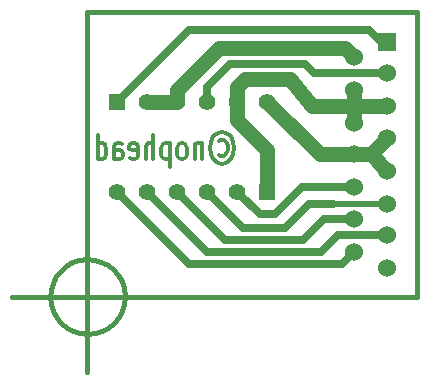
<source format=gbl>
G04 (created by PCBNEW-RS274X (2012-01-19 BZR 3256)-stable) date 07/08/2012 22:35:22*
G01*
G70*
G90*
%MOIN*%
G04 Gerber Fmt 3.4, Leading zero omitted, Abs format*
%FSLAX34Y34*%
G04 APERTURE LIST*
%ADD10C,0.006000*%
%ADD11C,0.015000*%
%ADD12C,0.012000*%
%ADD13R,0.060000X0.060000*%
%ADD14C,0.060000*%
%ADD15R,0.055000X0.055000*%
%ADD16C,0.055000*%
%ADD17C,0.050000*%
%ADD18C,0.025000*%
%ADD19C,0.019700*%
G04 APERTURE END LIST*
G54D10*
G54D11*
X31250Y-24500D02*
X31226Y-24742D01*
X31155Y-24976D01*
X31041Y-25191D01*
X30886Y-25380D01*
X30698Y-25536D01*
X30484Y-25652D01*
X30251Y-25724D01*
X30008Y-25749D01*
X29766Y-25727D01*
X29532Y-25658D01*
X29316Y-25545D01*
X29126Y-25393D01*
X28969Y-25206D01*
X28852Y-24992D01*
X28778Y-24759D01*
X28751Y-24517D01*
X28771Y-24275D01*
X28838Y-24040D01*
X28950Y-23823D01*
X29101Y-23632D01*
X29287Y-23474D01*
X29500Y-23355D01*
X29732Y-23280D01*
X29974Y-23251D01*
X30217Y-23269D01*
X30452Y-23335D01*
X30669Y-23445D01*
X30862Y-23595D01*
X31021Y-23780D01*
X31141Y-23992D01*
X31218Y-24224D01*
X31249Y-24466D01*
X31250Y-24500D01*
X27500Y-24500D02*
X32500Y-24500D01*
X30000Y-22000D02*
X30000Y-27000D01*
X30000Y-15000D02*
X40000Y-15000D01*
X40000Y-15000D02*
X41000Y-15000D01*
X41000Y-15000D02*
X41000Y-24500D01*
X41000Y-24500D02*
X40000Y-24500D01*
G54D12*
X34371Y-19314D02*
X34429Y-19276D01*
X34543Y-19276D01*
X34600Y-19314D01*
X34657Y-19390D01*
X34686Y-19467D01*
X34686Y-19619D01*
X34657Y-19695D01*
X34600Y-19771D01*
X34543Y-19810D01*
X34429Y-19810D01*
X34371Y-19771D01*
X34486Y-19010D02*
X34629Y-19048D01*
X34771Y-19162D01*
X34857Y-19352D01*
X34886Y-19543D01*
X34857Y-19733D01*
X34771Y-19924D01*
X34629Y-20038D01*
X34486Y-20076D01*
X34343Y-20038D01*
X34200Y-19924D01*
X34114Y-19733D01*
X34086Y-19543D01*
X34114Y-19352D01*
X34200Y-19162D01*
X34343Y-19048D01*
X34486Y-19010D01*
X33828Y-19390D02*
X33828Y-19924D01*
X33828Y-19467D02*
X33800Y-19429D01*
X33742Y-19390D01*
X33657Y-19390D01*
X33600Y-19429D01*
X33571Y-19505D01*
X33571Y-19924D01*
X33199Y-19924D02*
X33257Y-19886D01*
X33285Y-19848D01*
X33314Y-19771D01*
X33314Y-19543D01*
X33285Y-19467D01*
X33257Y-19429D01*
X33199Y-19390D01*
X33114Y-19390D01*
X33057Y-19429D01*
X33028Y-19467D01*
X32999Y-19543D01*
X32999Y-19771D01*
X33028Y-19848D01*
X33057Y-19886D01*
X33114Y-19924D01*
X33199Y-19924D01*
X32742Y-19390D02*
X32742Y-20190D01*
X32742Y-19429D02*
X32685Y-19390D01*
X32571Y-19390D01*
X32514Y-19429D01*
X32485Y-19467D01*
X32456Y-19543D01*
X32456Y-19771D01*
X32485Y-19848D01*
X32514Y-19886D01*
X32571Y-19924D01*
X32685Y-19924D01*
X32742Y-19886D01*
X32199Y-19924D02*
X32199Y-19124D01*
X31942Y-19924D02*
X31942Y-19505D01*
X31971Y-19429D01*
X32028Y-19390D01*
X32113Y-19390D01*
X32171Y-19429D01*
X32199Y-19467D01*
X31428Y-19886D02*
X31485Y-19924D01*
X31599Y-19924D01*
X31656Y-19886D01*
X31685Y-19810D01*
X31685Y-19505D01*
X31656Y-19429D01*
X31599Y-19390D01*
X31485Y-19390D01*
X31428Y-19429D01*
X31399Y-19505D01*
X31399Y-19581D01*
X31685Y-19657D01*
X30885Y-19924D02*
X30885Y-19505D01*
X30914Y-19429D01*
X30971Y-19390D01*
X31085Y-19390D01*
X31142Y-19429D01*
X30885Y-19886D02*
X30942Y-19924D01*
X31085Y-19924D01*
X31142Y-19886D01*
X31171Y-19810D01*
X31171Y-19733D01*
X31142Y-19657D01*
X31085Y-19619D01*
X30942Y-19619D01*
X30885Y-19581D01*
X30342Y-19924D02*
X30342Y-19124D01*
X30342Y-19886D02*
X30399Y-19924D01*
X30513Y-19924D01*
X30571Y-19886D01*
X30599Y-19848D01*
X30628Y-19771D01*
X30628Y-19543D01*
X30599Y-19467D01*
X30571Y-19429D01*
X30513Y-19390D01*
X30399Y-19390D01*
X30342Y-19429D01*
G54D11*
X30000Y-24500D02*
X30000Y-15000D01*
X40000Y-24500D02*
X30000Y-24500D01*
G54D13*
X40000Y-16000D03*
G54D14*
X40000Y-17050D03*
X40000Y-18150D03*
X40000Y-19200D03*
X40000Y-20300D03*
X40000Y-21400D03*
X40000Y-22450D03*
X40000Y-23550D03*
X38900Y-16500D03*
X38900Y-17600D03*
X38900Y-18700D03*
X38900Y-19750D03*
X38900Y-20850D03*
X38900Y-21900D03*
X38900Y-23000D03*
G54D15*
X36000Y-21000D03*
G54D16*
X35000Y-21000D03*
X34000Y-21000D03*
X33000Y-21000D03*
X32000Y-21000D03*
X31000Y-21000D03*
G54D15*
X31000Y-18000D03*
G54D16*
X32000Y-18000D03*
X33000Y-18000D03*
X34000Y-18000D03*
X35000Y-18000D03*
X36000Y-18000D03*
G54D17*
X40000Y-18150D02*
X39000Y-18150D01*
X38300Y-18150D02*
X37900Y-18150D01*
X37500Y-18150D02*
X38300Y-18150D01*
X39000Y-18150D02*
X37900Y-18150D01*
X38900Y-18150D02*
X40000Y-18150D01*
X35000Y-18000D02*
X35000Y-18600D01*
X35000Y-18600D02*
X36000Y-19600D01*
X36000Y-19600D02*
X36000Y-21000D01*
X38900Y-17600D02*
X38900Y-18700D01*
X38900Y-17600D02*
X38900Y-18150D01*
X36750Y-17250D02*
X37500Y-18150D01*
X35000Y-18000D02*
X35000Y-17500D01*
X35000Y-17500D02*
X35250Y-17250D01*
X35250Y-17250D02*
X36750Y-17250D01*
G54D18*
X35800Y-21750D02*
X35750Y-21750D01*
X37800Y-20850D02*
X38900Y-20850D01*
X37800Y-20850D02*
X37150Y-20850D01*
X35750Y-21750D02*
X35000Y-21000D01*
X36250Y-21750D02*
X35800Y-21750D01*
X37900Y-20850D02*
X37800Y-20850D01*
X37150Y-20850D02*
X36500Y-21500D01*
X36500Y-21500D02*
X36250Y-21750D01*
G54D17*
X37700Y-16200D02*
X38600Y-16200D01*
X38600Y-16200D02*
X38900Y-16500D01*
X33000Y-18000D02*
X33000Y-17600D01*
X33000Y-17600D02*
X34400Y-16200D01*
X33000Y-18000D02*
X32000Y-18000D01*
X34400Y-16200D02*
X37700Y-16200D01*
X39450Y-19750D02*
X40000Y-20300D01*
X39450Y-19750D02*
X40000Y-19200D01*
X38900Y-19750D02*
X39450Y-19750D01*
X38900Y-19750D02*
X38450Y-19750D01*
X36000Y-18000D02*
X37750Y-19750D01*
X37900Y-19750D02*
X38450Y-19750D01*
X37750Y-19750D02*
X37900Y-19750D01*
X36000Y-18000D02*
X36000Y-18000D01*
G54D18*
X37500Y-23400D02*
X38500Y-23400D01*
X38500Y-23400D02*
X38900Y-23000D01*
X33400Y-23400D02*
X31000Y-21000D01*
X37500Y-23400D02*
X33400Y-23400D01*
X37900Y-21900D02*
X37900Y-21900D01*
X38900Y-21900D02*
X37900Y-21900D01*
X37200Y-22600D02*
X34600Y-22600D01*
X37900Y-21900D02*
X37200Y-22600D01*
X34600Y-22600D02*
X33000Y-21000D01*
X40000Y-22450D02*
X39000Y-22450D01*
X37800Y-23000D02*
X34000Y-23000D01*
X34000Y-23000D02*
X32000Y-21000D01*
X39000Y-22450D02*
X38350Y-22450D01*
X38350Y-22450D02*
X37800Y-23000D01*
X37400Y-21400D02*
X38200Y-21400D01*
X36600Y-22200D02*
X37400Y-21400D01*
G54D19*
X34000Y-21000D02*
X34000Y-21000D01*
G54D18*
X35200Y-22200D02*
X36600Y-22200D01*
X34000Y-21000D02*
X35200Y-22200D01*
G54D19*
X40000Y-21400D02*
X38200Y-21400D01*
G54D18*
X40000Y-17050D02*
X39000Y-17050D01*
X37550Y-17050D02*
X39000Y-17050D01*
X37250Y-16750D02*
X37550Y-17050D01*
X34000Y-17500D02*
X34750Y-16750D01*
X34750Y-16750D02*
X37250Y-16750D01*
X34000Y-17500D02*
X34000Y-18000D01*
X40000Y-16000D02*
X39800Y-16000D01*
X39800Y-16000D02*
X39400Y-15600D01*
X39400Y-15600D02*
X38600Y-15600D01*
X31000Y-18000D02*
X31000Y-18000D01*
X31000Y-18000D02*
X33400Y-15600D01*
X33400Y-15600D02*
X38600Y-15600D01*
M02*

</source>
